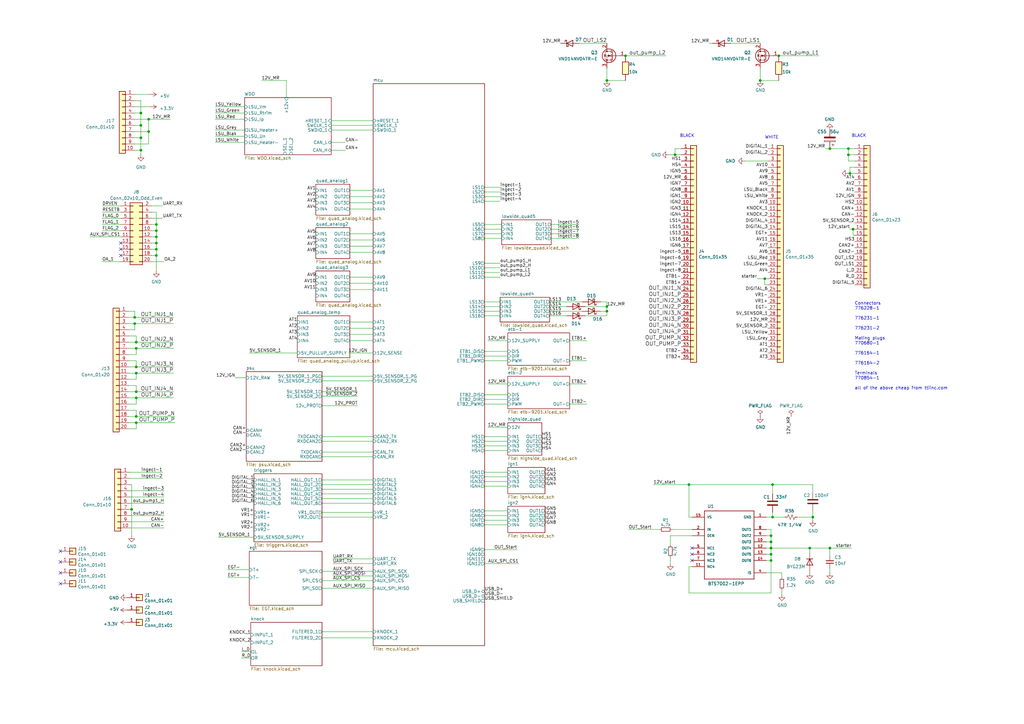
<source format=kicad_sch>
(kicad_sch (version 20231120) (generator "eeschema") (generator_version "8.0")
  (paper "A3")
  (junction (at 57.785 56.515))
  (junction (at 55.245 132.715))
  (junction (at 55.88 153.035))
  (junction (at 332.105 224.79))
  (junction (at 256.54 22.86))
  (junction (at 55.88 163.195))
  (junction (at 316.23 224.79))
  (junction (at 55.88 140.335))
  (junction (at 316.23 219.71))
  (junction (at 248.92 125.73))
  (junction (at 347.98 63.5))
  (junction (at 55.88 170.815))
  (junction (at 57.785 61.595))
  (junction (at 313.69 114.3))
  (junction (at 340.36 224.79))
  (junction (at 276.86 63.5))
  (junction (at 57.785 51.435))
  (junction (at 340.36 60.96))
  (junction (at 64.135 102.235))
  (junction (at 347.98 60.96))
  (junction (at 316.23 222.25))
  (junction (at 64.135 94.615))
  (junction (at 53.975 208.915))
  (junction (at 348.615 71.12))
  (junction (at 64.135 92.075))
  (junction (at 316.865 198.755))
  (junction (at 316.23 227.33))
  (junction (at 349.885 93.98))
  (junction (at 311.785 33.02))
  (junction (at 316.23 229.87))
  (junction (at 60.96 53.975))
  (junction (at 64.135 104.775))
  (junction (at 60.96 48.895))
  (junction (at 57.785 46.355))
  (junction (at 55.88 142.875))
  (junction (at 64.135 97.155))
  (junction (at 316.865 212.09))
  (junction (at 282.575 198.755))
  (junction (at 55.88 173.355))
  (junction (at 248.92 127.635))
  (junction (at 248.92 33.02))
  (junction (at 319.405 22.86))
  (junction (at 55.245 130.175))
  (junction (at 333.375 212.09))
  (junction (at 55.88 160.655))
  (junction (at 64.135 99.695))
  (junction (at 55.88 150.495))
  (no_connect (at 24.765 239.395))
  (no_connect (at 49.53 99.695))
  (no_connect (at 49.53 102.235))
  (no_connect (at 49.53 104.775))
  (no_connect (at 283.845 229.87))
  (no_connect (at 283.845 227.33))
  (no_connect (at 24.765 226.06))
  (no_connect (at 283.845 224.79))
  (no_connect (at 24.765 234.95))
  (no_connect (at 24.765 230.505))
  (wire (pts (xy 348.615 93.98) (xy 349.885 93.98)))
  (wire (pts (xy 143.51 137.16) (xy 153.035 137.16)))
  (wire (pts (xy 208.28 163.83) (xy 198.755 163.83)))
  (wire (pts (xy 55.88 158.115) (xy 55.88 160.655)))
  (wire (pts (xy 153.035 212.09) (xy 132.08 212.09)))
  (wire (pts (xy 55.88 165.735) (xy 55.88 163.195)))
  (wire (pts (xy 208.28 199.39) (xy 198.755 199.39)))
  (wire (pts (xy 153.035 187.325) (xy 132.08 187.325)))
  (wire (pts (xy 66.675 193.675) (xy 53.34 193.675)))
  (wire (pts (xy 338.455 60.96) (xy 340.36 60.96)))
  (wire (pts (xy 198.755 111.76) (xy 205.105 111.76)))
  (wire (pts (xy 240.03 129.54) (xy 248.92 129.54)))
  (wire (pts (xy 52.705 168.275) (xy 55.88 168.275)))
  (wire (pts (xy 246.38 127.635) (xy 248.92 127.635)))
  (wire (pts (xy 132.08 156.21) (xy 153.035 156.21)))
  (wire (pts (xy 198.755 209.55) (xy 208.28 209.55)))
  (wire (pts (xy 316.865 198.755) (xy 282.575 198.755)))
  (wire (pts (xy 55.88 170.815) (xy 71.755 170.815)))
  (wire (pts (xy 205.105 78.74) (xy 198.755 78.74)))
  (wire (pts (xy 248.92 129.54) (xy 248.92 127.635)))
  (wire (pts (xy 153.035 80.645) (xy 143.51 80.645)))
  (wire (pts (xy 282.575 198.755) (xy 282.575 212.09)))
  (wire (pts (xy 55.88 145.415) (xy 55.88 142.875)))
  (wire (pts (xy 316.23 217.17) (xy 316.23 219.71)))
  (wire (pts (xy 64.135 104.775) (xy 64.135 111.125)))
  (wire (pts (xy 132.08 206.375) (xy 153.035 206.375)))
  (wire (pts (xy 53.975 198.755) (xy 53.975 208.915)))
  (wire (pts (xy 64.135 97.155) (xy 64.135 99.695)))
  (wire (pts (xy 89.535 220.345) (xy 104.14 220.345)))
  (wire (pts (xy 153.035 134.62) (xy 143.51 134.62)))
  (wire (pts (xy 143.51 118.745) (xy 153.035 118.745)))
  (wire (pts (xy 347.98 63.5) (xy 347.98 66.04)))
  (wire (pts (xy 340.36 234.95) (xy 340.36 233.045)))
  (wire (pts (xy 205.105 82.55) (xy 198.755 82.55)))
  (wire (pts (xy 153.035 85.725) (xy 143.51 85.725)))
  (wire (pts (xy 314.96 116.84) (xy 313.69 116.84)))
  (wire (pts (xy 348.615 68.58) (xy 348.615 71.12)))
  (wire (pts (xy 282.575 212.09) (xy 283.845 212.09)))
  (wire (pts (xy 311.785 33.02) (xy 311.785 27.94)))
  (wire (pts (xy 52.705 170.815) (xy 55.88 170.815)))
  (wire (pts (xy 316.23 229.87) (xy 314.325 229.87)))
  (wire (pts (xy 99.06 267.335) (xy 102.87 267.335)))
  (wire (pts (xy 237.49 17.78) (xy 248.92 17.78)))
  (wire (pts (xy 135.89 61.595) (xy 141.605 61.595)))
  (wire (pts (xy 55.245 132.715) (xy 71.12 132.715)))
  (wire (pts (xy 55.88 153.035) (xy 71.12 153.035)))
  (wire (pts (xy 55.245 59.055) (xy 60.96 59.055)))
  (wire (pts (xy 143.51 83.185) (xy 153.035 83.185)))
  (wire (pts (xy 132.08 210.185) (xy 153.035 210.185)))
  (wire (pts (xy 314.325 212.09) (xy 316.865 212.09)))
  (wire (pts (xy 88.265 46.355) (xy 100.33 46.355)))
  (wire (pts (xy 53.34 206.375) (xy 67.31 206.375)))
  (wire (pts (xy 319.405 22.86) (xy 335.915 22.86)))
  (wire (pts (xy 248.92 125.73) (xy 248.92 123.825)))
  (wire (pts (xy 333.375 213.36) (xy 333.375 212.09)))
  (wire (pts (xy 132.08 160.655) (xy 146.685 160.655)))
  (wire (pts (xy 316.865 210.185) (xy 316.865 212.09)))
  (wire (pts (xy 55.245 48.895) (xy 60.96 48.895)))
  (wire (pts (xy 200.025 139.7) (xy 208.28 139.7)))
  (wire (pts (xy 340.36 227.965) (xy 340.36 224.79)))
  (wire (pts (xy 313.69 116.84) (xy 313.69 114.3)))
  (wire (pts (xy 52.705 165.735) (xy 55.88 165.735)))
  (wire (pts (xy 257.81 217.17) (xy 270.51 217.17)))
  (wire (pts (xy 132.08 204.47) (xy 153.035 204.47)))
  (wire (pts (xy 232.41 129.54) (xy 225.425 129.54)))
  (wire (pts (xy 282.575 232.41) (xy 283.845 232.41)))
  (wire (pts (xy 333.375 198.755) (xy 333.375 201.93)))
  (wire (pts (xy 332.105 234.95) (xy 332.105 234.315)))
  (wire (pts (xy 53.34 203.835) (xy 67.31 203.835)))
  (wire (pts (xy 142.875 144.78) (xy 153.035 144.78)))
  (wire (pts (xy 316.865 198.755) (xy 333.375 198.755)))
  (wire (pts (xy 225.425 127.635) (xy 238.76 127.635)))
  (wire (pts (xy 320.675 234.95) (xy 320.675 236.855)))
  (wire (pts (xy 52.705 163.195) (xy 55.88 163.195)))
  (wire (pts (xy 64.135 99.695) (xy 64.135 102.235)))
  (wire (pts (xy 41.91 92.075) (xy 49.53 92.075)))
  (wire (pts (xy 327.025 212.09) (xy 333.375 212.09)))
  (wire (pts (xy 348.615 68.58) (xy 350.52 68.58)))
  (wire (pts (xy 57.785 61.595) (xy 57.785 63.5)))
  (wire (pts (xy 62.23 99.695) (xy 64.135 99.695)))
  (wire (pts (xy 340.36 224.79) (xy 349.25 224.79)))
  (wire (pts (xy 57.785 51.435) (xy 57.785 56.515)))
  (wire (pts (xy 200.025 157.48) (xy 208.28 157.48)))
  (wire (pts (xy 52.705 160.655) (xy 55.88 160.655)))
  (wire (pts (xy 61.595 38.735) (xy 55.245 38.735)))
  (wire (pts (xy 62.23 94.615) (xy 64.135 94.615)))
  (wire (pts (xy 55.88 142.875) (xy 71.12 142.875)))
  (wire (pts (xy 226.06 92.075) (xy 237.49 92.075)))
  (wire (pts (xy 305.435 66.04) (xy 314.96 66.04)))
  (wire (pts (xy 41.91 89.535) (xy 49.53 89.535)))
  (wire (pts (xy 102.235 144.78) (xy 121.92 144.78)))
  (wire (pts (xy 316.23 219.71) (xy 316.23 222.25)))
  (wire (pts (xy 248.92 125.73) (xy 240.03 125.73)))
  (wire (pts (xy 57.785 41.275) (xy 55.245 41.275)))
  (wire (pts (xy 135.89 58.42) (xy 141.605 58.42)))
  (wire (pts (xy 311.785 33.02) (xy 319.405 33.02)))
  (wire (pts (xy 60.96 53.975) (xy 60.96 48.895)))
  (wire (pts (xy 347.98 71.12) (xy 348.615 71.12)))
  (wire (pts (xy 36.83 97.155) (xy 49.53 97.155)))
  (wire (pts (xy 313.69 114.3) (xy 314.96 114.3)))
  (wire (pts (xy 64.135 92.075) (xy 64.135 94.615)))
  (wire (pts (xy 143.51 78.105) (xy 153.035 78.105)))
  (wire (pts (xy 316.23 224.79) (xy 332.105 224.79)))
  (wire (pts (xy 205.105 125.73) (xy 198.755 125.73)))
  (wire (pts (xy 198.755 80.645) (xy 205.105 80.645)))
  (wire (pts (xy 132.08 179.07) (xy 153.035 179.07)))
  (wire (pts (xy 67.31 216.535) (xy 53.34 216.535)))
  (wire (pts (xy 60.96 59.055) (xy 60.96 53.975)))
  (wire (pts (xy 198.755 76.835) (xy 205.105 76.835)))
  (wire (pts (xy 143.51 95.885) (xy 153.035 95.885)))
  (wire (pts (xy 240.665 147.955) (xy 233.68 147.955)))
  (wire (pts (xy 55.245 46.355) (xy 57.785 46.355)))
  (wire (pts (xy 53.34 201.295) (xy 67.31 201.295)))
  (wire (pts (xy 52.705 137.795) (xy 55.88 137.795)))
  (wire (pts (xy 198.755 144.145) (xy 208.28 144.145)))
  (wire (pts (xy 132.08 200.66) (xy 153.035 200.66)))
  (wire (pts (xy 52.705 158.115) (xy 55.88 158.115)))
  (wire (pts (xy 153.035 98.425) (xy 143.51 98.425)))
  (wire (pts (xy 57.785 56.515) (xy 57.785 61.595)))
  (wire (pts (xy 347.98 60.96) (xy 350.52 60.96)))
  (wire (pts (xy 64.135 102.235) (xy 64.135 104.775)))
  (wire (pts (xy 66.675 196.215) (xy 53.34 196.215)))
  (wire (pts (xy 64.135 86.995) (xy 64.135 92.075)))
  (wire (pts (xy 132.08 259.08) (xy 153.035 259.08)))
  (wire (pts (xy 62.23 86.995) (xy 64.135 86.995)))
  (wire (pts (xy 340.36 60.96) (xy 347.98 60.96)))
  (wire (pts (xy 208.28 215.265) (xy 198.755 215.265)))
  (wire (pts (xy 198.755 161.925) (xy 208.28 161.925)))
  (wire (pts (xy 314.325 234.95) (xy 320.675 234.95)))
  (wire (pts (xy 67.31 213.995) (xy 53.34 213.995)))
  (wire (pts (xy 52.705 132.715) (xy 55.245 132.715)))
  (wire (pts (xy 96.52 154.94) (xy 100.965 154.94)))
  (wire (pts (xy 200.025 175.26) (xy 208.28 175.26)))
  (wire (pts (xy 333.375 209.55) (xy 333.375 212.09)))
  (wire (pts (xy 52.705 145.415) (xy 55.88 145.415)))
  (wire (pts (xy 143.51 132.08) (xy 153.035 132.08)))
  (wire (pts (xy 233.68 139.7) (xy 240.665 139.7)))
  (wire (pts (xy 314.325 219.71) (xy 316.23 219.71)))
  (wire (pts (xy 52.705 175.895) (xy 55.88 175.895)))
  (wire (pts (xy 55.88 137.795) (xy 55.88 140.335)))
  (wire (pts (xy 198.755 97.79) (xy 205.74 97.79)))
  (wire (pts (xy 132.08 241.3) (xy 153.035 241.3)))
  (wire (pts (xy 52.705 153.035) (xy 55.88 153.035)))
  (wire (pts (xy 226.06 95.885) (xy 237.49 95.885)))
  (wire (pts (xy 55.88 150.495) (xy 71.12 150.495)))
  (wire (pts (xy 52.705 127.635) (xy 55.245 127.635)))
  (wire (pts (xy 225.425 123.825) (xy 238.76 123.825)))
  (wire (pts (xy 117.475 33.02) (xy 107.315 33.02)))
  (wire (pts (xy 53.34 208.915) (xy 53.975 208.915)))
  (wire (pts (xy 55.88 168.275) (xy 55.88 170.815)))
  (wire (pts (xy 198.755 213.36) (xy 208.28 213.36)))
  (wire (pts (xy 314.325 227.33) (xy 316.23 227.33)))
  (wire (pts (xy 136.525 229.235) (xy 153.035 229.235)))
  (wire (pts (xy 198.755 225.425) (xy 212.09 225.425)))
  (wire (pts (xy 135.89 51.435) (xy 153.035 51.435)))
  (wire (pts (xy 316.23 229.87) (xy 316.23 243.205)))
  (wire (pts (xy 347.98 66.04) (xy 350.52 66.04)))
  (wire (pts (xy 276.86 63.5) (xy 276.86 60.96)))
  (wire (pts (xy 153.035 202.565) (xy 132.08 202.565)))
  (wire (pts (xy 198.755 193.675) (xy 208.28 193.675)))
  (wire (pts (xy 226.06 93.98) (xy 237.49 93.98)))
  (wire (pts (xy 57.785 41.275) (xy 57.785 46.355)))
  (wire (pts (xy 41.91 86.995) (xy 49.53 86.995)))
  (wire (pts (xy 41.91 84.455) (xy 49.53 84.455)))
  (wire (pts (xy 332.105 226.695) (xy 332.105 224.79)))
  (wire (pts (xy 143.51 113.665) (xy 153.035 113.665)))
  (wire (pts (xy 55.245 130.175) (xy 71.12 130.175)))
  (wire (pts (xy 136.525 231.14) (xy 153.035 231.14)))
  (wire (pts (xy 208.28 179.07) (xy 198.755 179.07)))
  (wire (pts (xy 61.595 43.815) (xy 55.245 43.815)))
  (wire (pts (xy 100.33 43.815) (xy 88.265 43.815)))
  (wire (pts (xy 132.08 234.315) (xy 153.035 234.315)))
  (wire (pts (xy 88.265 58.42) (xy 100.33 58.42)))
  (wire (pts (xy 62.23 97.155) (xy 64.135 97.155)))
  (wire (pts (xy 349.885 96.52) (xy 350.52 96.52)))
  (wire (pts (xy 316.865 212.09) (xy 321.945 212.09)))
  (wire (pts (xy 320.675 241.935) (xy 320.675 243.84)))
  (wire (pts (xy 100.33 55.88) (xy 88.265 55.88)))
  (wire (pts (xy 93.345 233.68) (xy 102.235 233.68)))
  (wire (pts (xy 66.675 89.535) (xy 62.23 89.535)))
  (wire (pts (xy 198.755 93.98) (xy 205.74 93.98)))
  (wire (pts (xy 256.54 22.86) (xy 273.05 22.86)))
  (wire (pts (xy 52.705 142.875) (xy 55.88 142.875)))
  (wire (pts (xy 55.88 163.195) (xy 71.12 163.195)))
  (wire (pts (xy 198.755 195.58) (xy 208.28 195.58)))
  (wire (pts (xy 276.86 63.5) (xy 279.4 63.5)))
  (wire (pts (xy 52.705 150.495) (xy 55.88 150.495)))
  (wire (pts (xy 52.705 173.355) (xy 55.88 173.355)))
  (wire (pts (xy 132.08 185.42) (xy 153.035 185.42)))
  (wire (pts (xy 55.88 160.655) (xy 71.12 160.655)))
  (wire (pts (xy 208.28 197.485) (xy 198.755 197.485)))
  (wire (pts (xy 52.705 130.175) (xy 55.245 130.175)))
  (wire (pts (xy 117.475 40.005) (xy 117.475 33.02)))
  (wire (pts (xy 274.955 219.71) (xy 283.845 219.71)))
  (wire (pts (xy 332.105 224.79) (xy 340.36 224.79)))
  (wire (pts (xy 198.755 127.635) (xy 205.105 127.635)))
  (wire (pts (xy 55.88 173.355) (xy 71.755 173.355)))
  (wire (pts (xy 248.92 33.02) (xy 256.54 33.02)))
  (wire (pts (xy 66.675 84.455) (xy 62.23 84.455)))
  (wire (pts (xy 316.23 227.33) (xy 316.23 229.87)))
  (wire (pts (xy 60.96 48.895) (xy 69.85 48.895)))
  (wire (pts (xy 290.83 17.78) (xy 292.1 17.78)))
  (wire (pts (xy 88.265 53.34) (xy 100.33 53.34)))
  (wire (pts (xy 93.345 236.855) (xy 102.235 236.855)))
  (wire (pts (xy 310.515 114.3) (xy 313.69 114.3)))
  (wire (pts (xy 282.575 243.205) (xy 316.23 243.205)))
  (wire (pts (xy 62.23 92.075) (xy 64.135 92.075)))
  (wire (pts (xy 62.23 102.235) (xy 64.135 102.235)))
  (wire (pts (xy 208.28 147.955) (xy 198.755 147.955)))
  (wire (pts (xy 153.035 103.505) (xy 143.51 103.505)))
  (wire (pts (xy 314.325 224.79) (xy 316.23 224.79)))
  (wire (pts (xy 316.23 222.25) (xy 316.23 224.79)))
  (wire (pts (xy 314.325 222.25) (xy 316.23 222.25)))
  (wire (pts (xy 132.08 261.62) (xy 153.035 261.62)))
  (wire (pts (xy 41.91 107.315) (xy 49.53 107.315)))
  (wire (pts (xy 143.51 100.965) (xy 153.035 100.965)))
  (wire (pts (xy 41.91 94.615) (xy 49.53 94.615)))
  (wire (pts (xy 198.755 95.885) (xy 205.74 95.885)))
  (wire (pts (xy 349.885 93.98) (xy 349.885 96.52)))
  (wire (pts (xy 52.705 155.575) (xy 55.88 155.575)))
  (wire (pts (xy 64.135 94.615) (xy 64.135 97.155)))
  (wire (pts (xy 57.785 46.355) (xy 57.785 51.435)))
  (wire (pts (xy 248.92 33.02) (xy 248.92 27.94)))
  (wire (pts (xy 55.88 140.335) (xy 71.12 140.335)))
  (wire (pts (xy 55.88 155.575) (xy 55.88 153.035)))
  (wire (pts (xy 55.245 61.595) (xy 57.785 61.595)))
  (wire (pts (xy 198.755 123.825) (xy 205.105 123.825)))
  (wire (pts (xy 136.525 236.22) (xy 153.035 236.22)))
  (wire (pts (xy 248.92 127.635) (xy 248.92 125.73)))
  (wire (pts (xy 132.08 180.975) (xy 153.035 180.975)))
  (wire (pts (xy 283.845 217.17) (xy 275.59 217.17)))
  (wire (pts (xy 198.755 146.05) (xy 208.28 146.05)))
  (wire (pts (xy 132.08 196.85) (xy 153.035 196.85)))
  (wire (pts (xy 67.31 107.315) (xy 62.23 107.315)))
  (wire (pts (xy 55.88 175.895) (xy 55.88 173.355)))
  (wire (pts (xy 205.105 113.665) (xy 198.755 113.665)))
  (wire (pts (xy 232.41 125.73) (xy 225.425 125.73)))
  (wire (pts (xy 347.98 63.5) (xy 350.52 63.5)))
  (wire (pts (xy 205.105 129.54) (xy 198.755 129.54)))
  (wire (pts (xy 88.265 48.895) (xy 100.33 48.895)))
  (wire (pts (xy 314.325 217.17) (xy 316.23 217.17)))
  (wire (pts (xy 233.68 157.48) (xy 240.665 157.48)))
  (wire (pts (xy 248.92 123.825) (xy 246.38 123.825)))
  (wire (pts (xy 198.755 231.14) (xy 212.725 231.14)))
  (wire (pts (xy 316.23 224.79) (xy 316.23 227.33)))
  (wire (pts (xy 240.665 165.735) (xy 233.68 165.735)))
  (wire (pts (xy 53.975 208.915) (xy 53.975 219.71)))
  (wire (pts (xy 132.08 166.37) (xy 146.685 166.37)))
  (wire (pts (xy 274.955 228.6) (xy 274.955 231.14)))
  (wire (pts (xy 132.08 238.125) (xy 153.035 238.125)))
  (wire (pts (xy 55.245 135.255) (xy 55.245 132.715)))
  (wire (pts (xy 55.245 53.975) (xy 60.96 53.975)))
  (wire (pts (xy 226.06 97.79) (xy 237.49 97.79)))
  (wire (pts (xy 208.28 182.88) (xy 198.755 182.88)))
  (wire (pts (xy 153.035 139.7) (xy 143.51 139.7)))
  (wire (pts (xy 135.89 53.34) (xy 153.035 53.34)))
  (wire (pts (xy 62.23 104.775) (xy 64.135 104.775)))
  (wire (pts (xy 349.885 93.98) (xy 350.52 93.98)))
  (wire (pts (xy 55.245 127.635) (xy 55.245 130.175)))
  (wire (pts (xy 274.955 223.52) (xy 274.955 219.71)))
  (wire (pts (xy 135.89 49.53) (xy 153.035 49.53)))
  (wire (pts (xy 316.865 198.755) (xy 316.865 202.565)))
  (wire (pts (xy 55.245 56.515) (xy 57.785 56.515)))
  (wire (pts (xy 53.975 198.755) (xy 53.34 198.755)))
  (wire (pts (xy 274.32 63.5) (xy 276.86 63.5)))
  (wire (pts (xy 99.06 269.875) (xy 102.87 269.875)))
  (wire (pts (xy 52.705 147.955) (xy 55.88 147.955)))
  (wire (pts (xy 198.755 184.785) (xy 208.28 184.785)))
  (wire (pts (xy 198.755 165.735) (xy 208.28 165.735)))
  (wire (pts (xy 153.035 198.755) (xy 132.08 198.755)))
  (wire (pts (xy 53.34 211.455) (xy 67.31 211.455)))
  (wire (pts (xy 198.755 180.975) (xy 208.28 180.975)))
  (wire (pts (xy 267.97 198.755) (xy 282.575 198.755)))
  (wire (pts (xy 146.685 162.56) (xy 132.08 162.56)))
  (wire (pts (xy 198.755 92.075) (xy 205.74 92.075)))
  (wire (pts (xy 276.86 60.96) (xy 279.4 60.96)))
  (wire (pts (xy 52.705 140.335) (xy 55.88 140.335)))
  (wire (pts (xy 348.615 71.12) (xy 350.52 71.12)))
  (wire (pts (xy 299.72 17.78) (xy 311.785 17.78)))
  (wire (pts (xy 55.88 147.955) (xy 55.88 150.495)))
  (wire (pts (xy 208.28 211.455) (xy 198.755 211.455)))
  (wire (pts (xy 153.035 116.205) (xy 143.51 116.205)))
  (wire (pts (xy 205.105 109.855) (xy 198.755 109.855)))
  (wire (pts (xy 347.98 60.96) (xy 347.98 63.5)))
  (wire (pts (xy 52.705 135.255) (xy 55.245 135.255)))
  (wire (pts (xy 282.575 243.205) (xy 282.575 232.41)))
  (wire (pts (xy 198.755 107.95) (xy 205.105 107.95)))
  (wire (pts (xy 132.08 154.305) (xy 153.035 154.305)))
  (wire (pts (xy 55.245 51.435) (xy 57.785 51.435)))
  (text "BLACK" (at 349.25 56.515 0) (effects (font (size 1.27 1.27)) (justify left bottom)))
  (text "Connectors\n776228-1\n\n776231-1\n\n776231-2\n\nMating plugs\n770680-1\n\n776164-1\n\n776164-2\n\nTerminals\n770854-1\n\nall of the above cheap from ttiinc.com" (at 350.52 160.02 0) (effects (font (size 1.27 1.27)) (justify left bottom)))
  (text "WHITE" (at 313.69 57.15 0) (effects (font (size 1.27 1.27)) (justify left bottom)))
  (text "BLACK" (at 278.765 56.515 0) (effects (font (size 1.27 1.27)) (justify left bottom)))
  (label "ETB2+" (at 279.4 147.32 180))
  (label "AV4" (at 314.96 111.76 180))
  (label "AV10" (at 129.54 116.205 180))
  (label "VR1-" (at 314.96 121.92 180))
  (label "UART_TX" (at 66.675 89.535 0))
  (label "IGN4" (at 223.52 199.39 0))
  (label "KNOCK_1" (at 102.87 260.35 180))
  (label "AV7" (at 314.96 101.6 180))
  (label "L_D" (at 350.52 111.76 180))
  (label "AV8" (at 314.96 73.66 180))
  (label "LSU_Green" (at 88.265 46.355 0))
  (label "ingect-8" (at 279.4 111.76 180))
  (label "AV11" (at 314.96 99.06 180))
  (label "OUT_INJ1_N" (at 71.12 130.175 180) (effects (font (size 1.524 1.524))))
  (label "LSU_Blak" (at 88.265 55.88 0))
  (label "DRVEN" (at 41.91 84.455 0))
  (label "VR1+" (at 104.14 210.185 180))
  (label "IGN6" (at 223.52 211.455 0))
  (label "HS2" (at 350.52 83.82 180))
  (label "ETB1+" (at 240.665 139.7 180))
  (label "AV8" (at 129.54 103.505 180))
  (label "ETB1+" (at 279.4 116.84 180))
  (label "out_pump2_H" (at 205.105 109.855 0))
  (label "FLAG_1" (at 41.91 92.075 0))
  (label "FLAG_0" (at 41.91 89.535 0))
  (label "12V_MR" (at 200.025 175.26 0))
  (label "AV2" (at 129.54 80.645 180))
  (label "AUX_SPI_CS" (at 136.525 238.125 0))
  (label "IGN1" (at 279.4 81.28 180))
  (label "EGT+" (at 314.96 96.52 180))
  (label "5V_SENSOR_1" (at 102.235 144.78 0))
  (label "12V_MR" (at 69.85 48.895 180))
  (label "OUT_INJ3_N" (at 71.12 150.495 180) (effects (font (size 1.524 1.524))))
  (label "AUX_SPI_CS1" (at 36.83 97.155 0))
  (label "ingect-3" (at 205.105 80.645 0))
  (label "AT1" (at 314.96 142.24 180))
  (label "out_pump1_H" (at 67.31 206.375 180))
  (label "DIGITAL_3" (at 104.14 200.66 180))
  (label "CAN+" (at 67.31 213.995 180))
  (label "AV3" (at 129.54 83.185 180))
  (label "AV4" (at 129.54 85.725 180))
  (label "ETB2-" (at 240.665 165.735 180))
  (label "IGN2" (at 223.52 195.58 0))
  (label "HS3" (at 222.25 182.88 0))
  (label "12V_MR" (at 324.485 170.815 270))
  (label "OUT_INJ1_P" (at 71.12 132.715 180) (effects (font (size 1.524 1.524))))
  (label "ETB1-" (at 279.4 114.3 180))
  (label "starter" (at 310.515 114.3 180))
  (label "CAN2+" (at 100.965 183.515 180))
  (label "5V_SENSOR_1" (at 314.96 129.54 180))
  (label "LS16" (at 225.425 129.54 0))
  (label "VR2-" (at 104.14 217.17 180))
  (label "AV1" (at 350.52 78.74 180))
  (label "USB_D-" (at 198.755 244.475 0))
  (label "AV3" (at 314.96 83.82 180))
  (label "CAN2-" (at 100.965 185.42 180))
  (label "USB_D+" (at 198.755 242.57 0))
  (label "OUT_Start" (at 212.09 225.425 180))
  (label "VR2+" (at 104.14 215.265 180))
  (label "L_D" (at 99.06 267.335 0))
  (label "LS16" (at 279.4 99.06 180))
  (label "UART_RX" (at 66.675 84.455 0))
  (label "CAN2+" (at 350.52 101.6 180))
  (label "AV10" (at 314.96 68.58 180))
  (label "ingect-2" (at 66.675 196.215 180))
  (label "AV5" (at 314.96 76.2 180))
  (label "LSU_White" (at 88.265 58.42 0))
  (label "DIGITAL_2" (at 314.96 63.5 180))
  (label "12V_MR" (at 107.315 33.02 0))
  (label "OUT_LS2" (at 248.92 17.78 180) (effects (font (size 1.524 1.524))))
  (label "12V_IGN" (at 142.875 144.78 0))
  (label "out_pump_L1" (at 205.105 111.76 0))
  (label "DIGITAL_6" (at 104.14 206.375 180))
  (label "ingect-8" (at 237.49 97.79 180))
  (label "HS1" (at 222.25 179.07 0))
  (label "OA_2" (at 67.31 107.315 0))
  (label "R_D" (at 350.52 114.3 180))
  (label "AV11" (at 129.54 118.745 180))
  (label "out_pump_L1" (at 335.915 22.86 180) (effects (font (size 1.524 1.524))))
  (label "5V_SENSOR_1" (at 146.685 160.655 180))
  (label "12V_PROT" (at 146.685 166.37 180))
  (label "5V_SENSOR_1" (at 89.535 220.345 0))
  (label "OUT_INJ4_P" (at 71.12 163.195 180) (effects (font (size 1.524 1.524))))
  (label "CAN-" (at 141.605 58.42 0))
  (label "IGN4" (at 279.4 88.9 180))
  (label "R_D" (at 99.06 269.875 0))
  (label "LS15" (at 279.4 93.98 180))
  (label "ingect-5" (at 279.4 104.14 180))
  (label "VR1+" (at 314.96 124.46 180))
  (label "IGN2" (at 279.4 83.82 180))
  (label "out_pump2_H" (at 67.31 211.455 180))
  (label "DIGITAL_3" (at 314.96 93.98 180))
  (label "ingect-4" (at 205.105 82.55 0))
  (label "IGN5" (at 223.52 209.55 0))
  (label "ingect-4" (at 67.31 203.835 180))
  (label "ingect-1" (at 205.105 76.835 0))
  (label "HS3" (at 350.52 99.06 180))
  (label "USB_SHIELD" (at 198.755 246.38 0))
  (label "OUT_INJ1_P" (at 279.4 121.92 180) (effects (font (size 1.524 1.524))))
  (label "12V_MR" (at 200.025 139.7 0))
  (label "LSU_Yellow" (at 88.265 43.815 0))
  (label "AT4" (at 121.92 139.7 180))
  (label "DIGITAL_5" (at 350.52 116.84 180))
  (label "ETB2+" (at 240.665 157.48 180))
  (label "LS13" (at 279.4 96.52 180))
  (label "IGN3" (at 279.4 86.36 180))
  (label "ingect-7" (at 237.49 95.885 180))
  (label "OUT_LS2" (at 350.52 106.68 180))
  (label "DIGITAL_4" (at 314.96 91.44 180))
  (label "CAN-" (at 100.965 178.435 180))
  (label "ingect-7" (at 279.4 109.22 180))
  (label "AT1" (at 121.92 132.08 180))
  (label "CAN+" (at 141.605 61.595 0))
  (label "AUX_SPI_CS1" (at 212.725 231.14 180))
  (label "AUX_SPI_SCK" (at 136.525 234.315 0))
  (label "OUT_INJ2_P" (at 279.4 127 180) (effects (font (size 1.524 1.524))))
  (label "12V_MR" (at 200.025 157.48 0))
  (label "AT2" (at 314.96 144.78 180))
  (label "AV9" (at 129.54 113.665 180))
  (label "OUT_INJ3_P" (at 279.4 132.08 180) (effects (font (size 1.524 1.524))))
  (label "12V_IGN" (at 96.52 154.94 180) (property "Intersheetrefs" "${INTERSHEET_REFS}" (effects (hide yes))))
  (label "OUT_INJ1_N" (at 279.4 119.38 180) (effects (font (size 1.524 1.524))))
  (label "VR1-" (at 104.14 212.09 180))
  (label "ingect-3" (at 67.31 201.295 180))
  (label "LS14" (at 225.425 125.73 0))
  (label "ingect-5" (at 237.49 92.075 180))
  (label "OUT_Start" (at 257.81 217.17 0))
  (label "out_pump_L2" (at 273.05 22.86 180) (effects (font (size 1.524 1.524))))
  (label "12V_MR" (at 248.92 125.73 0))
  (label "DIGITAL_2" (at 104.14 198.755 180))
  (label "LS13" (at 225.425 123.825 0))
  (label "OUT_INJ3_P" (at 71.12 153.035 180) (effects (font (size 1.524 1.524))))
  (label "starter" (at 349.25 224.79 180))
  (label "EGT-" (at 93.345 233.68 0))
  (label "CAN+" (at 100.965 176.53 180))
  (label "LSU_Yellow" (at 314.96 137.16 180))
  (label "DIGITAL_6" (at 314.96 119.38 180))
  (label "AT3" (at 121.92 137.16 180))
  (label "IGN7" (at 279.4 76.2 180))
  (label "OUT_INJ4_N" (at 71.12 160.655 180) (effects (font (size 1.524 1.524))))
  (label "5V_SENSOR_2" (at 146.685 162.56 180))
  (label "12V_start" (at 267.97 198.755 0))
  (label "AT3" (at 314.96 147.32 180))
  (label "out_pump_L2" (at 205.105 113.665 0))
  (label "12V_start" (at 348.615 93.98 180))
  (label "OA_1" (at 41.91 107.315 0))
  (label "AV1" (at 129.54 78.105 180))
  (label "ingect-6" (at 279.4 106.68 180))
  (label "LSU_Grey" (at 314.96 139.7 180))
  (label "LSU_Red" (at 314.96 106.68 180))
  (label "FLAG_2" (at 41.91 94.615 0))
  (label "IGN3" (at 223.52 197.485 0))
  (label "HS4" (at 279.4 68.58 180))
  (label "AUX_SPI_MOSI" (at 136.525 236.22 0))
  (label "12V_MR" (at 338.455 60.96 180))
  (label "IGN1" (at 223.52 193.675 0))
  (label "HS4" (at 222.25 184.785 0))
  (label "AV6" (at 129.54 98.425 180))
  (label "RESETB" (at 41.91 86.995 0))
  (label "OUT_PUMP_N" (at 279.4 139.7 180) (effects (font (size 1.524 1.524))))
  (label "OUT_INJ4_N" (at 279.4 134.62 180) (effects (font (size 1.524 1.524))))
  (label "AV7" (at 129.54 100.965 180))
  (label "IGN6" (at 279.4 101.6 180))
  (label "CAN-" (at 350.52 88.9 180))
  (label "12V_MR" (at 229.87 17.78 180))
  (label "HS2" (at 222.25 180.975 0))
  (label "DIGITAL_1" (at 314.96 60.96 180))
  (label "EGT+" (at 93.345 236.855 0))
  (label "5V_SENSOR_2" (at 350.52 91.44 180))
  (label "12V_MR" (at 290.83 17.78 180))
  (label "AV6" (at 314.96 104.14 180))
  (label "CAN-" (at 67.31 216.535 180))
  (label "AUX_SPI_MISO" (at 136.525 241.3 0))
  (label "AV2" (at 350.52 76.2 180))
  (label "UART_RX" (at 136.525 229.235 0))
  (label "DIGITAL_5" (at 104.14 204.47 180))
  (label "CAN+" (at 350.52 86.36 180))
  (label "AT2" (at 121.92 134.62 180))
  (label "OUT_INJ4_P" (at 279.4 137.16 180) (effects (font (size 1.524 1.524))))
  (label "IGN8" (at 223.52 215.265 0))
  (label "OUT_LS1" (at 311.785 17.78 180) (effects (font (size 1.524 1.524))))
  (label "OUT_LS1" (at 350.52 109.22 180))
  (label "OUT_INJ2_N" (at 71.12 140.335 180) (effects (font (size 1.524 1.524))))
  (label "DIGITAL_1" (at 104.14 196.85 180))
  (label "OUT_INJ2_N" (at 279.4 124.46 180) (effects (font (size 1.524 1.524))))
  (label "LS14" (at 279.4 91.44 180))
  (label "LSU_Green" (at 314.96 109.22 180))
  (label "LS15" (at 225.425 127.635 0))
  (label "IGN5" (at 279.4 71.12 180))
  (label "AV9" (at 314.96 71.12 180))
  (label "HS1" (at 279.4 66.04 180))
  (label "KNOCK_1" (at 314.96 86.36 180))
  (label "UART_TX" (at 136.525 231.14 0))
  (label "KNOCK_2" (at 314.96 88.9 180))
  (label "LSU_Red" (at 88.265 48.895 0))
  (label "IGN8" (at 279.4 78.74 180))
  (label "AV5" (at 129.54 95.885 180))
  (label "12V_IGN" (at 350.52 81.28 180))
  (label "OUT_INJ2_P" (at 71.12 142.875 180) (effects (font (size 1.524 1.524))))
  (label "DIGITAL_4" (at 104.14 202.565 180))
  (label "LSU_White" (at 314.96 81.28 180))
  (label "out_pump1_H" (at 205.105 107.95 0))
  (label "ETB2-" (at 279.4 144.78 180))
  (label "AT4" (at 350.52 73.66 180))
  (label "ingect-6" (at 237.49 93.98 180))
  (label "OUT_PUMP_N" (at 71.755 170.815 180) (effects (font (size 1.524 1.524))))
  (label "CAN2-" (at 350.52 104.14 180))
  (label "OUT_PUMP_P" (at 71.755 173.355 180) (effects (font (size 1.524 1.524))))
  (label "IGN7" (at 223.52 213.36 0))
  (label "OUT_PUMP_P" (at 279.4 142.24 180) (effects (font (size 1.524 1.524))))
  (label "12V_MR" (at 279.4 73.66 180))
  (label "ingect-1" (at 66.675 193.675 180))
  (label "5V_SENSOR_2" (at 314.96 134.62 180))
  (label "OUT_INJ3_N" (at 279.4 129.54 180) (effects (font (size 1.524 1.524))))
  (label "ingect-2" (at 205.105 78.74 0))
  (label "12V_MR" (at 314.96 132.08 180))
  (label "LSU_Grey" (at 88.265 53.34 0))
  (label "LSU_Blaсk" (at 314.96 78.74 180))
  (label "ETB1-" (at 240.665 147.955 180))
  (label "EGT-" (at 314.96 127 180))
  (label "KNOCK_2" (at 102.87 263.525 180))
  (symbol (lib_id "Connector_Generic:Conn_01x01") (at 57.15 255.27 0) (unit 1)
    (property "Reference" "J3" (at 59.182 254.2032 0) (effects (justify left)))
    (property "Value" "Conn_01x01" (at 59.182 256.5146 0) (effects (justify left)))
    (property "Footprint" "TestPoint:TestPoint_Pad_D3.0mm" (effects (hide yes)))
    (property "LCSC" "N/A" (effects (hide yes)))
  )
  (symbol (lib_id "Device:D_Schottky") (at 236.22 125.73 180) (unit 1)
    (property "Reference" "D13" (at 234.315 122.555 0))
    (property "Value" "D_Schottky" (effects (hide yes)))
    (property "Footprint" "Diode_SMD:D_SMA" (effects (hide yes)))
    (property "LCSC" "C8678" (effects (hide yes)))
    (property "PN" "SS34A" (effects (hide yes)))
  )
  (symbol (lib_id "Device:R_Small") (at 273.05 217.17 90) (unit 1)
    (property "Reference" "R1" (at 273.05 213.36 90))
    (property "Value" "4.7k" (at 273.05 215.265 90))
    (property "Footprint" "Resistor_SMD:R_0603_1608Metric" (effects (hide yes)))
    (property "PN" "RT0603BRD074K7L" (effects (hide yes)))
  )
  (symbol (lib_id "power:GND") (at 274.955 231.14 0) (unit 1)
    (property "Reference" "#PWR08" (effects (hide yes)))
    (property "Value" "GND" (at 275.082 235.5342 0))
  )
  (symbol (lib_id "power:GND") (at 248.92 33.02 0) (unit 1)
    (property "Reference" "#PWR022" (effects (hide yes)))
    (property "Value" "GND" (at 248.9708 36.9634 0))
  )
  (symbol (lib_id "Device:R_Small") (at 274.955 226.06 0) (unit 1)
    (property "Reference" "R2" (at 273.05 226.06 90))
    (property "Value" "4.7k" (at 276.86 226.06 90))
    (property "Footprint" "Resistor_SMD:R_0603_1608Metric" (effects (hide yes)))
    (property "PN" "RT0603BRD074K7L" (effects (hide yes)))
  )
  (symbol (lib_id "semiconductors:VND14NV04TR-E") (at 314.325 22.86 0) (mirror y) (unit 1)
    (property "Reference" "Q2" (at 307.975 21.5899 0) (effects (justify left)))
    (property "Value" "VND14NV04TR-E" (at 307.975 24.1299 0) (effects (justify left)))
    (property "Footprint" "Package_TO_SOT_SMD:TO-252-2" (effects (hide yes)))
    (property "LCSC" "C2649436" (effects (hide yes)))
    (property "PN" "VND14NV04TR-E" (effects (hide yes)))
  )
  (symbol (lib_id "power:GND") (at 57.785 63.5 0) (unit 1)
    (property "Reference" "#PWR0382" (effects (hide yes)))
    (property "Value" "GND" (at 57.785 68.58 0))
  )
  (symbol (lib_id "Device:C") (at 316.865 206.375 0) (unit 1)
    (property "Reference" "C1" (at 313.055 203.835 0) (effects (justify left)))
    (property "Value" "33nF" (at 318.135 203.835 0) (effects (justify left)))
    (property "Footprint" "Capacitor_SMD:C_0603_1608Metric" (effects (hide yes)))
    (property "PN" "CL10B333KB8NNNC" (effects (hide yes)))
  )
  (symbol (lib_id "power:+5V") (at 52.07 250.19 90) (unit 1)
    (property "Reference" "#PWR049" (effects (hide yes)))
    (property "Value" "+5V" (at 48.8188 249.809 90) (effects (justify left)))
  )
  (symbol (lib_id "Device:C_Small") (at 340.36 230.505 180) (unit 1)
    (property "Reference" "C3" (at 342.265 228.6 0) (effects (justify right)))
    (property "Value" "10nF" (at 342.265 231.14 0) (effects (justify right)))
    (property "Footprint" "Capacitor_SMD:C_0805_2012Metric" (effects (hide yes)))
    (property "LCSC" "C1710" (effects (hide yes)))
    (property "PN" "CL21B103KBANNNC" (effects (hide yes)))
  )
  (symbol (lib_id "power:GND") (at 340.36 234.95 0) (unit 1)
    (property "Reference" "#PWR09" (effects (hide yes)))
    (property "Value" "GND" (at 340.36 238.76 0))
  )
  (symbol (lib_id "Connector_Generic:Conn_01x01") (at 29.845 234.95 0) (unit 1)
    (property "Reference" "J10" (at 31.877 233.8832 0) (effects (justify left)))
    (property "Value" "Conn_01x01" (at 31.877 236.1946 0) (effects (justify left)))
    (property "Footprint" "Fiducial:Fiducial_0.5mm_Mask1.5mm" (effects (hide yes)))
    (property "LCSC" "N/A" (effects (hide yes)))
  )
  (symbol (lib_id "power:GND") (at 340.36 53.34 180) (unit 1)
    (property "Reference" "#PWR061" (effects (hide yes)))
    (property "Value" "GND" (at 340.233 48.9458 0))
  )
  (symbol (lib_id "Device:C") (at 333.375 205.74 0) (unit 1)
    (property "Reference" "C2" (at 329.565 203.2 0) (effects (justify left)))
    (property "Value" "100nF" (at 334.01 203.2 0) (effects (justify left)))
    (property "Footprint" "Capacitor_SMD:C_0603_1608Metric" (effects (hide yes)))
    (property "PN" "CC0603KRX7R9BB104" (effects (hide yes)))
  )
  (symbol (lib_id "Connector_Generic:Conn_02x10_Odd_Even") (at 54.61 94.615 0) (unit 1)
    (property "Reference" "J8" (at 55.88 78.74 0))
    (property "Value" "Conn_02x10_Odd_Even" (at 55.88 81.28 0))
    (property "Footprint" "Connector_PinHeader_2.54mm:PinHeader_2x10_P2.54mm_Vertical" (effects (hide yes)))
  )
  (symbol (lib_id "power:+5V") (at 61.595 38.735 270) (unit 1)
    (property "Reference" "#PWR0386" (effects (hide yes)))
    (property "Value" "+5V" (at 65.405 39.37 90) (effects (justify left)))
  )
  (symbol (lib_id "Connector_Generic:Conn_01x20") (at 47.625 150.495 0) (mirror y) (unit 1)
    (property "Reference" "J13" (at 45.085 151.13 0) (effects (justify left)))
    (property "Value" "Conn_01x20" (at 45.085 153.67 0) (effects (justify left)))
    (property "Footprint" "Connector_PinHeader_2.54mm:PinHeader_2x10_P2.54mm_Vertical" (effects (hide yes)))
  )
  (symbol (lib_id "power:GND") (at 274.32 63.5 270) (unit 1)
    (property "Reference" "#PWR01" (effects (hide yes)))
    (property "Value" "GND" (at 271.145 63.5 90) (effects (justify right)))
  )
  (symbol (lib_id "hellen-one-common:Res") (at 319.405 33.02 270) (mirror x) (unit 1)
    (property "Reference" "R3" (at 322.1368 26.428 90))
    (property "Value" "10k" (at 322.6416 29.4671 90))
    (property "Footprint" "hellen-one-common:R0603" (effects (hide yes)))
    (property "LCSC" "C25804" (effects (hide yes)))
    (property "PN" "RC0603FR-0710KL" (effects (hide yes)))
  )
  (symbol (lib_id "power:+3.3V") (at 61.595 43.815 270) (unit 1)
    (property "Reference" "#PWR0385" (effects (hide yes)))
    (property "Value" "+3.3V" (at 65.405 44.45 90) (effects (justify left)))
  )
  (symbol (lib_id "power:GND") (at 333.375 213.36 0) (unit 1)
    (property "Reference" "#PWR06" (effects (hide yes)))
    (property "Value" "GND" (at 333.502 217.7542 0))
  )
  (symbol (lib_id "Connector_Generic:Conn_01x23") (at 355.6 88.9 0) (unit 1)
    (property "Reference" "J6" (at 357.632 87.8332 0) (effects (justify left)))
    (property "Value" "Conn_01x23" (at 357.632 90.1446 0) (effects (justify left)))
    (property "Footprint" "ampseal:ampseal-23" (effects (hide yes)))
    (property "PN" "776228-1" (effects (hide yes)))
    (property "LCSC" "N/A" (effects (hide yes)))
  )
  (symbol (lib_id "Connector_Generic:Conn_01x01") (at 29.845 239.395 0) (unit 1)
    (property "Reference" "J11" (at 31.877 238.3282 0) (effects (justify left)))
    (property "Value" "Conn_01x01" (at 31.877 240.6396 0) (effects (justify left)))
    (property "Footprint" "Fiducial:Fiducial_0.5mm_Mask1.5mm" (effects (hide yes)))
    (property "LCSC" "N/A" (effects (hide yes)))
  )
  (symbol (lib_id "Device:D_Schottky") (at 242.57 123.825 180) (unit 1)
    (property "Reference" "D15" (at 242.57 121.285 0))
    (property "Value" "D_Schottky" (effects (hide yes)))
    (property "Footprint" "Diode_SMD:D_SMA" (effects (hide yes)))
    (property "LCSC" "C8678" (effects (hide yes)))
    (property "PN" "SS34A" (effects (hide yes)))
  )
  (symbol (lib_id "power:GND") (at 311.785 170.815 0) (unit 1)
    (property "Reference" "#PWR055" (effects (hide yes)))
    (property "Value" "GND" (at 311.912 175.2092 0))
  )
  (symbol (lib_id "power:GND") (at 305.435 66.04 270) (unit 1)
    (property "Reference" "#PWR058" (effects (hide yes)))
    (property "Value" "GND" (at 301.625 66.04 90) (effects (justify right)))
  )
  (symbol (lib_id "Device:D_Schottky") (at 295.91 17.78 0) (unit 1)
    (property "Reference" "D1" (at 299.5191 16.2534 0))
    (property "Value" "D_Schottky" (effects (hide yes)))
    (property "Footprint" "Diode_SMD:D_SMA" (effects (hide yes)))
    (property "LCSC" "C8678" (effects (hide yes)))
    (property "PN" "SS34A" (effects (hide yes)))
  )
  (symbol (lib_id "semiconductors:VND14NV04TR-E") (at 251.46 22.86 0) (mirror y) (unit 1)
    (property "Reference" "Q3" (at 245.11 21.5899 0) (effects (justify left)))
    (property "Value" "VND14NV04TR-E" (at 245.11 24.1299 0) (effects (justify left)))
    (property "Footprint" "Package_TO_SOT_SMD:TO-252-2" (effects (hide yes)))
    (property "LCSC" "C2649436" (effects (hide yes)))
    (property "PN" "VND14NV04TR-E" (effects (hide yes)))
  )
  (symbol (lib_id "Connector_Generic:Conn_01x10") (at 48.26 203.835 0) (mirror y) (unit 1)
    (property "Reference" "J16" (at 45.72 204.47 0) (effects (justify left)))
    (property "Value" "Conn_01x10" (at 45.72 207.01 0) (effects (justify left)))
    (property "Footprint" "Connector_PinHeader_2.54mm:PinHeader_2x05_P2.54mm_Vertical" (effects (hide yes)))
  )
  (symbol (lib_id "Device:R_Small_US") (at 324.485 212.09 270) (unit 1)
    (property "Reference" "R36" (at 323.85 209.55 90))
    (property "Value" "47R 1/4W" (at 323.85 215.265 90))
    (property "Footprint" "Resistor_SMD:R_1206_3216Metric" (effects (hide yes)))
    (property "LCSC" "C2907508" (effects (hide yes)))
    (property "PN" "RC1206JR-0747RL" (effects (hide yes)))
  )
  (symbol (lib_id "Connector_Generic:Conn_01x01") (at 29.845 230.505 0) (unit 1)
    (property "Reference" "J14" (at 31.877 229.4382 0) (effects (justify left)))
    (property "Value" "Conn_01x01" (at 31.877 231.7496 0) (effects (justify left)))
    (property "Footprint" "Fiducial:Fiducial_0.5mm_Mask1.5mm" (effects (hide yes)))
    (property "LCSC" "N/A" (effects (hide yes)))
  )
  (symbol (lib_id "power:PWR_FLAG") (at 324.485 170.815 0) (unit 1)
    (property "Reference" "#FLG02" (effects (hide yes)))
    (property "Value" "PWR_FLAG" (at 324.485 166.4208 0))
  )
  (symbol (lib_id "Device:R_Small") (at 320.675 239.395 180) (unit 1)
    (property "Reference" "R35" (at 324.485 237.49 0))
    (property "Value" "1.2k" (at 324.485 240.03 0))
    (property "Footprint" "Resistor_SMD:R_0603_1608Metric" (effects (hide yes)))
    (property "PN" "RC0603JR-071K2L" (effects (hide yes)))
  )
  (symbol (lib_id "hellen-one-common:Res") (at 256.54 33.02 270) (mirror x) (unit 1)
    (property "Reference" "R4" (at 259.2718 26.428 90))
    (property "Value" "10k" (at 259.7766 29.4671 90))
    (property "Footprint" "hellen-one-common:R0603" (effects (hide yes)))
    (property "LCSC" "C25804" (effects (hide yes)))
    (property "PN" "RC0603FR-0710KL" (effects (hide yes)))
  )
  (symbol (lib_id "Connector_Generic:Conn_01x35") (at 320.04 104.14 0) (unit 1)
    (property "Reference" "J5" (at 322.072 103.0732 0) (effects (justify left)))
    (property "Value" "Conn_01x35" (at 322.072 105.3846 0) (effects (justify left)))
    (property "Footprint" "ampseal:ampseal-35-2" (effects (hide yes)))
    (property "PN" "776231-2" (effects (hide yes)))
    (property "LCSC" "N/A" (effects (hide yes)))
  )
  (symbol (lib_id "power:GND") (at 311.785 33.02 0) (unit 1)
    (property "Reference" "#PWR020" (effects (hide yes)))
    (property "Value" "GND" (at 311.8358 36.9634 0))
  )
  (symbol (lib_id "power:GND") (at 64.135 111.125 0) (unit 1)
    (property "Reference" "#PWR0376" (effects (hide yes)))
    (property "Value" "GND" (at 64.135 115.57 0))
  )
  (symbol (lib_id "Connector_Generic:Conn_01x01") (at 29.845 226.06 0) (unit 1)
    (property "Reference" "J15" (at 31.877 224.9932 0) (effects (justify left)))
    (property "Value" "Conn_01x01" (at 31.877 227.3046 0) (effects (justify left)))
    (property "Footprint" "Fiducial:Fiducial_0.5mm_Mask1.5mm" (effects (hide yes)))
    (property "LCSC" "N/A" (effects (hide yes)))
  )
  (symbol (lib_id "power:GND") (at 53.975 219.71 0) (unit 1)
    (property "Reference" "#PWR0381" (effects (hide yes)))
    (property "Value" "GND" (at 53.975 224.155 0))
  )
  (symbol (lib_id "power:GND") (at 52.07 245.11 270) (unit 1)
    (property "Reference" "#PWR033" (effects (hide yes)))
    (property "Value" "GND" (at 48.8188 245.237 90) (effects (justify right)))
  )
  (symbol (lib_id "Connector_Generic:Conn_01x01") (at 57.15 250.19 0) (unit 1)
    (property "Reference" "J2" (at 59.182 249.1232 0) (effects (justify left)))
    (property "Value" "Conn_01x01" (at 59.182 251.4346 0) (effects (justify left)))
    (property "Footprint" "TestPoint:TestPoint_Pad_D3.0mm" (effects (hide yes)))
    (property "LCSC" "N/A" (effects (hide yes)))
  )
  (symbol (lib_id "Connector_Generic:Conn_01x35") (at 284.48 104.14 0) (unit 1)
    (property "Reference" "J4" (at 286.512 103.0732 0) (effects (justify left)))
    (property "Value" "Conn_01x35" (at 286.512 105.3846 0) (effects (justify left)))
    (property "Footprint" "ampseal:ampseal-35" (effects (hide yes)))
    (property "PN" "776231-1" (effects (hide yes)))
    (property "LCSC" "N/A" (effects (hide yes)))
  )
  (symbol (lib_id "power:GND") (at 332.105 234.95 0) (unit 1)
    (property "Reference" "#PWR07" (effects (hide yes)))
    (property "Value" "GND" (at 332.105 238.76 0))
  )
  (symbol (lib_id "Device:D_Schottky") (at 236.22 129.54 180) (unit 1)
    (property "Reference" "D14" (at 236.22 132.715 0))
    (property "Value" "D_Schottky" (effects (hide yes)))
    (property "Footprint" "Diode_SMD:D_SMA" (effects (hide yes)))
    (property "LCSC" "C8678" (effects (hide yes)))
    (property "PN" "SS34A" (effects (hide yes)))
  )
  (symbol (lib_id "power:GND") (at 347.98 71.12 270) (unit 1)
    (property "Reference" "#PWR060" (effects (hide yes)))
    (property "Value" "GND" (effects (hide yes)))
  )
  (symbol (lib_id "Device:D") (at 332.105 230.505 270) (unit 1)
    (property "Reference" "D8" (at 325.755 229.235 90) (effects (justify left)))
    (property "Value" "BYG23M" (at 322.58 232.41 90) (effects (justify left)))
    (property "Footprint" "Diode_SMD:D_SOD-128" (effects (hide yes)))
    (property "Sim.Device" "D" (effects (hide yes)))
    (property "Sim.Pins" "1=K 2=A" (effects (hide yes)))
    (property "PN" "BYG23M-E3/TR" (effects (hide yes)))
  )
  (symbol (lib_id "Connector_Generic:Conn_01x01") (at 57.15 245.11 0) (unit 1)
    (property "Reference" "J1" (at 59.182 244.0432 0) (effects (justify left)))
    (property "Value" "Conn_01x01" (at 59.182 246.3546 0) (effects (justify left)))
    (property "Footprint" "TestPoint:TestPoint_Pad_D3.0mm" (effects (hide yes)))
    (property "LCSC" "N/A" (effects (hide yes)))
  )
  (symbol (lib_id "power:GND") (at 320.675 243.84 0) (unit 1)
    (property "Reference" "#PWR02" (effects (hide yes)))
    (property "Value" "GND" (at 320.802 248.2342 0))
  )
  (symbol (lib_id "proteus-rescue:CP-Device") (at 340.36 57.15 180) (unit 1)
    (property "Reference" "C55" (at 339.09 53.975 0) (effects (justify left)))
    (property "Value" "56u" (at 344.17 53.975 0) (effects (justify left)))
    (property "Footprint" "Capacitor_THT:CP_Radial_D8.0mm_P3.50mm" (effects (hide yes)))
    (property "LCSC" "N/A" (effects (hide yes)))
    (property "PN" "EEH-AZF1H560B" (effects (hide yes)))
  )
  (symbol (lib_id "power:+3.3V") (at 52.07 255.27 90) (unit 1)
    (property "Reference" "#PWR051" (effects (hide yes)))
    (property "Value" "+3.3V" (at 48.26 255.905 90) (effects (justify left)))
  )
  (symbol (lib_id "power:PWR_FLAG") (at 311.785 170.815 0) (unit 1)
    (property "Reference" "#FLG01" (effects (hide yes)))
    (property "Value" "PWR_FLAG" (at 311.785 166.4208 0))
  )
  (symbol (lib_id "Device:D_Schottky") (at 233.68 17.78 0) (unit 1)
    (property "Reference" "D7" (at 237.2891 16.2534 0))
    (property "Value" "D_Schottky" (effects (hide yes)))
    (property "Footprint" "Diode_SMD:D_SMA" (effects (hide yes)))
    (property "LCSC" "C8678" (effects (hide yes)))
    (property "PN" "SS34A" (effects (hide yes)))
  )
  (symbol (lib_id "Device:D_Schottky") (at 242.57 127.635 180) (unit 1)
    (property "Reference" "D16" (at 245.11 130.81 0))
    (property "Value" "D_Schottky" (effects (hide yes)))
    (property "Footprint" "Diode_SMD:D_SMA" (effects (hide yes)))
    (property "LCSC" "C8678" (effects (hide yes)))
    (property "PN" "SS34A" (effects (hide yes)))
  )
  (symbol (lib_id "Connector_Generic:Conn_01x10") (at 50.165 48.895 0) (mirror y) (unit 1)
    (property "Reference" "J17" (at 46.99 49.53 0) (effects (justify left)))
    (property "Value" "Conn_01x10" (at 46.99 52.07 0) (effects (justify left)))
    (property "Footprint" "Connector_PinHeader_2.54mm:PinHeader_2x05_P2.54mm_Vertical" (effects (hide yes)))
  )
  (symbol (lib_id "Profet:BTS700n-1EPP") (at 288.925 209.55 0) (unit 1)
    (property "Reference" "U1" (at 291.465 207.645 0))
    (property "Value" "BTS7002-1EPP" (at 297.815 239.395 0))
    (property "Footprint" "Infenion BTS:BTS7002-1" (effects (hide yes)))
    (property "Digi-Key_PN" "BTS70021EPPXUMA1CT-ND" (effects (hide yes)))
    (property "LCSC" "C534824" (effects (hide yes)))
    (property "PN" "BTS7002-1EPP" (effects (hide yes)))
  )
  (sheet (at 205.105 121.92) (size 20.32 10.16)
    (property "Sheetname" "lowside_quad4" (at 205.105 121.2084 0) (effects (justify left bottom)))
    (property "Sheetfile" "lowside_quad.kicad_sch" (at 205.105 132.6646 0) (effects (justify left top)))
    (pin "OUT1" output (at 225.425 123.825 0))
    (pin "OUT2" output (at 225.425 125.73 0))
    (pin "IN1" input (at 205.105 123.825 180))
    (pin "IN2" input (at 205.105 125.73 180))
    (pin "OUT3" output (at 225.425 127.635 0))
    (pin "OUT4" output (at 225.425 129.54 0))
    (pin "IN3" input (at 205.105 127.635 180))
    (pin "IN4" input (at 205.105 129.54 180))
  )
  (sheet (at 208.28 154.305) (size 25.4 13.335)
    (property "Sheetname" "etb-2" (at 208.28 153.5934 0) (effects (justify left bottom)))
    (property "Sheetfile" "etb-9201.kicad_sch" (at 208.28 168.2246 0) (effects (justify left top)))
    (pin "12V_SUPPLY" input (at 208.28 157.48 180))
    (pin "OUT+" output (at 233.68 157.48 0))
    (pin "OUT-" output (at 233.68 165.735 0))
    (pin "DIS" input (at 208.28 161.925 180))
    (pin "DIR" input (at 208.28 163.83 180))
    (pin "PWM" input (at 208.28 165.735 180))
  )
  (sheet (at 208.28 207.645) (size 15.24 10.795)
    (property "Sheetname" "ign2" (at 208.28 206.9334 0) (effects (justify left bottom)))
    (property "Sheetfile" "ign4.kicad_sch" (at 208.28 219.0246 0) (effects (justify left top)))
    (pin "OUT1" output (at 223.52 209.55 0))
    (pin "OUT2" output (at 223.52 211.455 0))
    (pin "OUT3" output (at 223.52 213.36 0))
    (pin "OUT4" output (at 223.52 215.265 0))
    (pin "IN1" input (at 208.28 209.55 180))
    (pin "IN2" input (at 208.28 211.455 180))
    (pin "IN3" input (at 208.28 213.36 180))
    (pin "IN4" input (at 208.28 215.265 180))
  )
  (sheet (at 104.14 194.31) (size 27.94 27.94)
    (property "Sheetname" "triggers" (at 104.14 193.5984 0) (effects (justify left bottom)))
    (property "Sheetfile" "triggers.kicad_sch" (at 104.14 222.8346 0) (effects (justify left top)))
    (pin "HALL_IN_1" input (at 104.14 196.85 180))
    (pin "5V_SENSOR_SUPPLY" input (at 104.14 220.345 180))
    (pin "HALL_OUT_1" output (at 132.08 196.85 0))
    (pin "HALL_IN_2" input (at 104.14 198.755 180))
    (pin "HALL_OUT_2" output (at 132.08 198.755 0))
    (pin "HALL_IN_3" input (at 104.14 200.66 180))
    (pin "HALL_OUT_3" output (at 132.08 200.66 0))
    (pin "HALL_IN_4" input (at 104.14 202.565 180))
    (pin "HALL_OUT_4" output (at 132.08 202.565 0))
    (pin "VR1+" input (at 104.14 210.185 180))
    (pin "VR1-" input (at 104.14 212.09 180))
    (pin "VR2+" input (at 104.14 215.265 180))
    (pin "VR2-" input (at 104.14 217.17 180))
    (pin "VR1_OUT" output (at 132.08 210.185 0))
    (pin "VR2_OUT" output (at 132.08 212.09 0))
    (pin "HALL_IN_5" input (at 104.14 204.47 180))
    (pin "HALL_IN_6" input (at 104.14 206.375 180))
    (pin "HALL_OUT_5" output (at 132.08 204.47 0))
    (pin "HALL_OUT_6" output (at 132.08 206.375 0))
  )
  (sheet (at 208.28 191.7192) (size 15.24 10.795)
    (property "Sheetname" "ign1" (at 208.28 191.0076 0) (effects (justify left bottom)))
    (property "Sheetfile" "ign4.kicad_sch" (at 208.28 203.0988 0) (effects (justify left top)))
    (pin "OUT1" output (at 223.52 193.675 0))
    (pin "OUT2" output (at 223.52 195.58 0))
    (pin "OUT3" output (at 223.52 197.485 0))
    (pin "OUT4" output (at 223.52 199.39 0))
    (pin "IN1" input (at 208.28 193.675 180))
    (pin "IN2" input (at 208.28 195.58 180))
    (pin "IN3" input (at 208.28 197.485 180))
    (pin "IN4" input (at 208.28 199.39 180))
  )
  (sheet (at 102.87 255.27) (size 29.21 17.78)
    (property "Sheetname" "knock" (at 102.87 254.5584 0) (effects (justify left bottom)))
    (property "Sheetfile" "knock.kicad_sch" (at 102.87 273.6346 0) (effects (justify left top)))
    (pin "FILTERED_1" output (at 132.08 259.08 0))
    (pin "INPUT_1" input (at 102.87 260.35 180))
    (pin "FILTERED_2" output (at 132.08 261.62 0))
    (pin "INPUT_2" input (at 102.87 263.525 180))
    (pin "R" output (at 102.87 269.875 180))
    (pin "L" output (at 102.87 267.335 180))
  )
  (sheet (at 121.92 129.54) (size 21.59 17.145)
    (property "Sheetname" "quad_analog_temp" (at 121.92 128.8284 0) (effects (justify left bottom)))
    (property "Sheetfile" "quad_analog_pullup.kicad_sch" (at 121.92 147.2696 0) (effects (justify left top)))
    (pin "IN1" input (at 121.92 132.08 180))
    (pin "IN2" input (at 121.92 134.62 180))
    (pin "IN3" input (at 121.92 137.16 180))
    (pin "IN4" input (at 121.92 139.7 180))
    (pin "OUT1" output (at 143.51 132.08 0))
    (pin "OUT2" output (at 143.51 134.62 0))
    (pin "OUT3" output (at 143.51 137.16 0))
    (pin "OUT4" output (at 143.51 139.7 0))
    (pin "5V_PULLUP_SUPPLY" input (at 121.92 144.78 180))
  )
  (sheet (at 129.54 75.565) (size 13.97 12.7)
    (property "Sheetname" "quad_analog1" (at 129.54 74.8534 0) (effects (justify left bottom)))
    (property "Sheetfile" "quad_analog.kicad_sch" (at 129.54 88.8496 0) (effects (justify left top)))
    (pin "IN1" input (at 129.54 78.105 180))
    (pin "IN2" input (at 129.54 80.645 180))
    (pin "IN3" input (at 129.54 83.185 180))
    (pin "IN4" input (at 129.54 85.725 180))
    (pin "OUT1" output (at 143.51 78.105 0))
    (pin "OUT2" output (at 143.51 80.645 0))
    (pin "OUT3" output (at 143.51 83.185 0))
    (pin "OUT4" output (at 143.51 85.725 0))
  )
  (sheet (at 205.74 90.17) (size 20.32 10.16)
    (property "Sheetname" "lowside_quad5" (at 205.74 89.4584 0) (effects (justify left bottom)))
    (property "Sheetfile" "lowside_quad.kicad_sch" (at 205.74 100.9146 0) (effects (justify left top)))
    (pin "OUT1" output (at 226.06 92.075 0))
    (pin "OUT2" output (at 226.06 93.98 0))
    (pin "IN1" input (at 205.74 92.075 180))
    (pin "IN2" input (at 205.74 93.98 180))
    (pin "OUT3" output (at 226.06 95.885 0))
    (pin "OUT4" output (at 226.06 97.79 0))
    (pin "IN3" input (at 205.74 95.885 180))
    (pin "IN4" input (at 205.74 97.79 180))
  )
  (sheet (at 100.33 40.005) (size 35.56 23.495) (stroke (width 0.1524))
    (property "Sheetname" "WDO" (at 100.33 39.2934 0) (effects (justify left bottom)))
    (property "Sheetfile" "WDO.kicad_sch" (at 100.33 64.0846 0) (effects (justify left top)))
    (pin "CAN_L" bidirectional (at 135.89 58.42 0))
    (pin "CAN_H" bidirectional (at 135.89 61.595 0))
    (pin "LSU_Vm" input (at 100.33 43.815 180))
    (pin "LSU_Rtrim" input (at 100.33 46.355 180))
    (pin "LSU_Ip" input (at 100.33 48.895 180))
    (pin "LSU_Heater+" output (at 100.33 53.34 180))
    (pin "LSU_Un" input (at 100.33 55.88 180))
    (pin "LSU_Heater-" input (at 100.33 58.42 180))
    (pin "+12v" input (at 117.475 40.005 90))
    (pin "nRESET_1" input (at 135.89 49.53 0))
    (pin "SWDIO_1" input (at 135.89 53.34 0))
    (pin "SWCLK_1" input (at 135.89 51.435 0))
    (pin "SEL_1" input (at 116.84 63.5 270))
    (pin "SEL_2" input (at 119.38 63.5 270))
  )
  (sheet (at 153.035 34.29) (size 45.72 230.505)
    (property "Sheetname" "mcu" (at 153.035 33.5784 0) (effects (justify left bottom)))
    (property "Sheetfile" "mcu.kicad_sch" (at 153.035 265.3796 0) (effects (justify left top)))
    (pin "LS1" output (at 198.755 76.835 0))
    (pin "LS2" output (at 198.755 78.74 0))
    (pin "LS3" output (at 198.755 80.645 0))
    (pin "LS4" output (at 198.755 82.55 0))
    (pin "LS5" output (at 198.755 92.075 0))
    (pin "LS6" output (at 198.755 93.98 0))
    (pin "LS7" output (at 198.755 95.885 0))
    (pin "LS8" output (at 198.755 97.79 0))
    (pin "LS9" output (at 198.755 107.95 0))
    (pin "LS10" output (at 198.755 109.855 0))
    (pin "LS11" output (at 198.755 111.76 0))
    (pin "LS13" output (at 198.755 123.825 0))
    (pin "LS12" output (at 198.755 113.665 0))
    (pin "LS14" output (at 198.755 125.73 0))
    (pin "LS15" output (at 198.755 127.635 0))
    (pin "LS16" output (at 198.755 129.54 0))
    (pin "AV1" input (at 153.035 78.105 180))
    (pin "AV2" input (at 153.035 80.645 180))
    (pin "AV3" input (at 153.035 83.185 180))
    (pin "AV4" input (at 153.035 85.725 180))
    (pin "AV5" input (at 153.035 95.885 180))
    (pin "AV6" input (at 153.035 98.425 180))
    (pin "AV7" input (at 153.035 100.965 180))
    (pin "AV8" input (at 153.035 103.505 180))
    (pin "AV9" input (at 153.035 113.665 180))
    (pin "AV10" input (at 153.035 116.205 180))
    (pin "AV11" input (at 153.035 118.745 180))
    (pin "AT1" input (at 153.035 132.08 180))
    (pin "AT2" input (at 153.035 134.62 180))
    (pin "AT3" input (at 153.035 137.16 180))
    (pin "AT4" input (at 153.035 139.7 180))
    (pin "5V_SENSOR_1_PG" input (at 153.035 154.305 180))
    (pin "5V_SENSOR_2_PG" input (at 153.035 156.21 180))
    (pin "ETB1_DIS" output (at 198.755 144.145 0))
    (pin "ETB1_DIR" output (at 198.755 146.05 0))
    (pin "ETB1_PWM" output (at 198.755 147.955 0))
    (pin "ETB2_DIS" output (at 198.755 161.925 0))
    (pin "ETB2_DIR" output (at 198.755 163.83 0))
    (pin "ETB2_PWM" output (at 198.755 165.735 0))
    (pin "HS1" output (at 198.755 179.07 0))
    (pin "HS2" output (at 198.755 180.975 0))
    (pin "HS3" output (at 198.755 182.88 0))
    (pin "HS4" output (at 198.755 184.785 0))
    (pin "12V_SENSE" input (at 153.035 144.78 180))
    (pin "CAN_TX" output (at 153.035 185.42 180))
    (pin "CAN_RX" input (at 153.035 187.325 180))
    (pin "DIGITAL1" input (at 153.035 196.85 180))
    (pin "DIGITAL2" input (at 153.035 198.755 180))
    (pin "DIGITAL3" input (at 153.035 200.66 180))
    (pin "DIGITAL4" input (at 153.035 202.565 180))
    (pin "DIGITAL5" input (at 153.035 204.47 180))
    (pin "DIGITAL6" input (at 153.035 206.375 180))
    (pin "IGN1" output (at 198.755 193.675 0))
    (pin "IGN2" output (at 198.755 195.58 0))
    (pin "IGN3" output (at 198.755 197.485 0))
    (pin "IGN4" output (at 198.755 199.39 0))
    (pin "IGN5" output (at 198.755 209.55 0))
    (pin "IGN6" output (at 198.755 211.455 0))
    (pin "IGN7" output (at 198.755 213.36 0))
    (pin "IGN8" output (at 198.755 215.265 0))
    (pin "IGN9" output (at 198.755 225.425 0))
    (pin "IGN10" output (at 198.755 227.33 0))
    (pin "IGN11" output (at 198.755 229.235 0))
    (pin "IGN12" output (at 198.755 231.14 0))
    (pin "USB_D-" bidirectional (at 198.755 244.475 0))
    (pin "USB_D+" bidirectional (at 198.755 242.57 0))
    (pin "USB_SHIELD" passive (at 198.755 246.38 0))
    (pin "KNOCK_1" input (at 153.035 259.08 180))
    (pin "KNOCK_2" input (at 153.035 261.62 180))
    (pin "CAN2_TX" output (at 153.035 179.07 180))
    (pin "CAN2_RX" input (at 153.035 180.975 180))
    (pin "VR_1" input (at 153.035 210.185 180))
    (pin "VR_2" input (at 153.035 212.09 180))
    (pin "AUX_SPI_MOSI" input (at 153.035 236.22 180))
    (pin "AUX_SPI_CS" input (at 153.035 238.125 180))
    (pin "AUX_SPI_MISO" input (at 153.035 241.3 180))
    (pin "AUX_SPI_SCK" input (at 153.035 234.315 180))
    (pin "UART_TX" input (at 153.035 229.235 180))
    (pin "UART_RX" input (at 153.035 231.14 180))
    (pin "SWDIO_1" input (at 153.035 53.34 180))
    (pin "nRESET_1" input (at 153.035 49.53 180))
    (pin "SWCLK_1" input (at 153.035 51.435 180))
  )
  (sheet (at 208.28 136.525) (size 25.4 13.335)
    (property "Sheetname" "etb-1" (at 208.28 135.8134 0) (effects (justify left bottom)))
    (property "Sheetfile" "etb-9201.kicad_sch" (at 208.28 150.4446 0) (effects (justify left top)))
    (pin "12V_SUPPLY" input (at 208.28 139.7 180))
    (pin "OUT+" output (at 233.68 139.7 0))
    (pin "OUT-" output (at 233.68 147.955 0))
    (pin "DIS" input (at 208.28 144.145 180))
    (pin "DIR" input (at 208.28 146.05 180))
    (pin "PWM" input (at 208.28 147.955 180))
  )
  (sheet (at 208.28 173.355) (size 13.97 13.335)
    (property "Sheetname" "highside_quad" (at 208.28 172.6434 0) (effects (justify left bottom)))
    (property "Sheetfile" "highside_quad.kicad_sch" (at 208.28 187.2746 0) (effects (justify left top)))
    (pin "12V" input (at 208.28 175.26 180))
    (pin "OUT1" output (at 222.25 179.07 0))
    (pin "OUT2" output (at 222.25 180.975 0))
    (pin "OUT3" output (at 222.25 182.88 0))
    (pin "OUT4" output (at 222.25 184.785 0))
    (pin "IN1" input (at 208.28 179.07 180))
    (pin "IN2" input (at 208.28 180.975 180))
    (pin "IN3" input (at 208.28 182.88 180))
    (pin "IN4" input (at 208.28 184.785 180))
  )
  (sheet (at 102.235 226.06) (size 29.845 22.225) (stroke (width 0.1524))
    (property "Sheetname" "egt" (at 102.235 225.3484 0) (effects (justify left bottom)))
    (property "Sheetfile" "EGT.kicad_sch" (at 102.235 248.8696 0) (effects (justify left top)))
    (pin "T+" input (at 102.235 233.68 180))
    (pin "T-" input (at 102.235 236.855 180))
    (pin "SPI_CS" input (at 132.08 238.125 0))
    (pin "SPI_SCK" input (at 132.08 234.315 0))
    (pin "SPI_SO" output (at 132.08 241.3 0))
  )
  (sheet (at 129.54 93.345) (size 13.97 12.7)
    (property "Sheetname" "quad_analog2" (at 129.54 92.6334 0) (effects (justify left bottom)))
    (property "Sheetfile" "quad_analog.kicad_sch" (at 129.54 106.6296 0) (effects (justify left top)))
    (pin "IN1" input (at 129.54 95.885 180))
    (pin "IN2" input (at 129.54 98.425 180))
    (pin "IN3" input (at 129.54 100.965 180))
    (pin "IN4" input (at 129.54 103.505 180))
    (pin "OUT1" output (at 143.51 95.885 0))
    (pin "OUT2" output (at 143.51 98.425 0))
    (pin "OUT3" output (at 143.51 100.965 0))
    (pin "OUT4" output (at 143.51 103.505 0))
  )
  (sheet (at 129.54 111.125) (size 13.97 12.7)
    (property "Sheetname" "quad_analog3" (at 129.54 110.4134 0) (effects (justify left bottom)))
    (property "Sheetfile" "quad_analog.kicad_sch" (at 129.54 124.4096 0) (effects (justify left top)))
    (pin "IN1" input (at 129.54 113.665 180))
    (pin "IN2" input (at 129.54 116.205 180))
    (pin "IN3" input (at 129.54 118.745 180))
    (pin "IN4" input (at 129.54 121.285 180))
    (pin "OUT1" output (at 143.51 113.665 0))
    (pin "OUT2" output (at 143.51 116.205 0))
    (pin "OUT3" output (at 143.51 118.745 0))
    (pin "OUT4" output (at 143.51 121.285 0))
  )
  (sheet (at 100.965 152.4) (size 31.115 36.83)
    (property "Sheetname" "psu" (at 100.965 151.6884 0) (effects (justify left bottom)))
    (property "Sheetfile" "psu.kicad_sch" (at 100.965 189.8146 0) (effects (justify left top)))
    (pin "12V_RAW" input (at 100.965 154.94 180))
    (pin "5V_SENSOR_1" output (at 132.08 160.655 0))
    (pin "5V_SENSOR_1_PG" output (at 132.08 154.305 0))
    (pin "5V_SENSOR_2" output (at 132.08 162.56 0))
    (pin "5V_SENSOR_2_PG" output (at 132.08 156.21 0))
    (pin "CANH" bidirectional (at 100.965 176.53 180))
    (pin "CANL" bidirectional (at 100.965 178.435 180))
    (pin "TXDCAN" input (at 132.08 185.42 0))
    (pin "RXDCAN" output (at 132.08 187.325 0))
    (pin "12v_PROT" output (at 132.08 166.37 0))
    (pin "TXDCAN2" input (at 132.08 179.07 0))
    (pin "RXDCAN2" output (at 132.08 180.975 0))
    (pin "CANH2" bidirectional (at 100.965 183.515 180))
    (pin "CANL2" bidirectional (at 100.965 185.42 180))
  )
)
</source>
